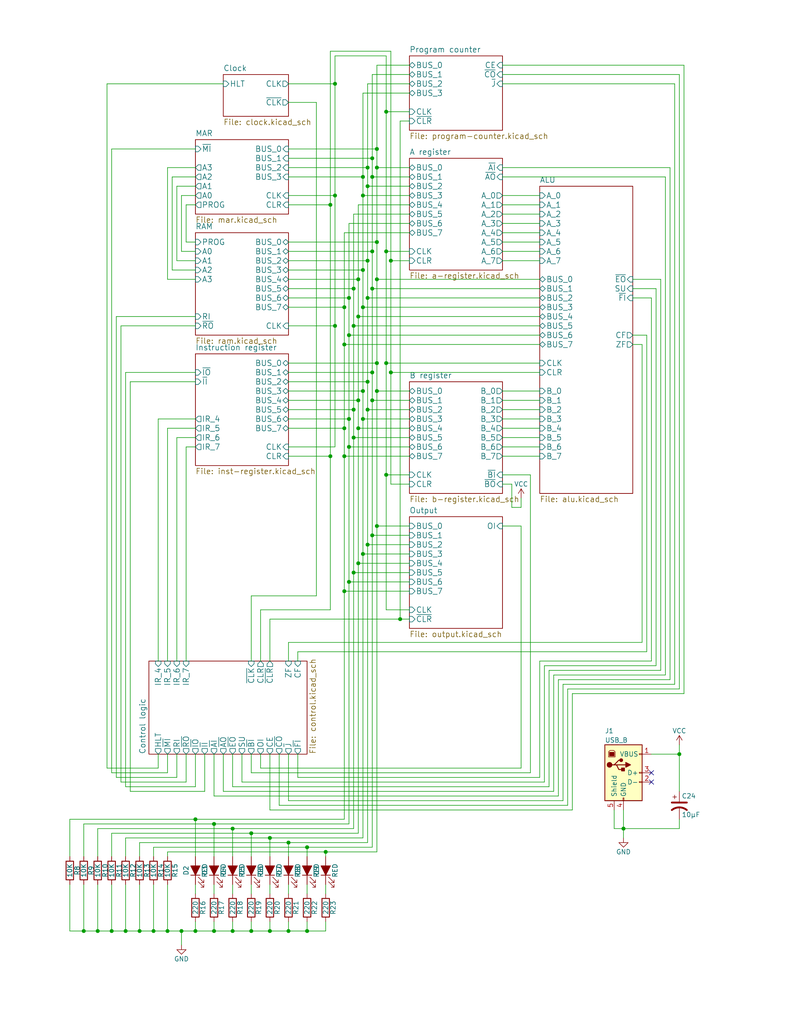
<source format=kicad_sch>
(kicad_sch (version 20230121) (generator eeschema)
  (paper "USLetter" portrait)
  (lib_symbols
    (symbol "8bit-computer-rescue:CP1-Device" (pin_numbers hide) (pin_names (offset 0.254) hide)
      (property "Reference" "C" (at 0.635 2.54 0))
      (property "Value" "Device:CP1" (at 0.635 -2.54 0))
      (symbol "CP1-Device_0_1"
        (polyline (pts (xy -2.032 0.762) (xy 2.032 0.762)) (stroke (width 0.508)))
        (polyline (pts (xy -1.778 2.286) (xy -0.762 2.286)))
        (polyline (pts (xy -1.27 1.778) (xy -1.27 2.794)))
        (arc (start 2.032 -1.27) (mid 0 -0.5572) (end -2.032 -1.27) (stroke (width 0.508)))
      )
      (symbol "CP1-Device_1_1"
        (pin passive line (at 0 3.81 270) (length 2.794) (name "~") (number "1"))
        (pin passive line (at 0 -3.81 90) (length 3.302) (name "~") (number "2"))
      )
    )
    (symbol "8bit-computer-rescue:LED_ALT-Device" (pin_numbers hide) (pin_names (offset 1.016) hide)
      (property "Reference" "D" (at 0 2.54 0))
      (property "Value" "Device:LED_ALT" (at 0 -2.54 0))
      (symbol "LED_ALT-Device_0_1"
        (polyline (pts (xy -1.27 -1.27) (xy -1.27 1.27)) (stroke (width 0.2032)))
        (polyline (pts (xy -1.27 0) (xy 1.27 0)))
        (polyline (pts (xy 1.27 -1.27) (xy 1.27 1.27) (xy -1.27 0) (xy 1.27 -1.27)) (stroke (width 0.2032)) (fill (type outline)))
        (polyline (pts (xy -3.048 -0.762) (xy -4.572 -2.286) (xy -3.81 -2.286) (xy -4.572 -2.286) (xy -4.572 -1.524)))
        (polyline (pts (xy -1.778 -0.762) (xy -3.302 -2.286) (xy -2.54 -2.286) (xy -3.302 -2.286) (xy -3.302 -1.524)))
      )
      (symbol "LED_ALT-Device_1_1"
        (pin passive line (at -3.81 0 0) (length 2.54) (name "K") (number "1"))
        (pin passive line (at 3.81 0 180) (length 2.54) (name "A") (number "2"))
      )
    )
    (symbol "8bit-computer-rescue:USB_B-8bit-computer-rescue" (pin_names (offset 1.016))
      (property "Reference" "J" (at -5.08 11.43 0))
      (property "Value" "8bit-computer-rescue:USB_B" (at -5.08 8.89 0))
      (symbol "USB_B-8bit-computer-rescue_0_1"
        (rectangle (start -5.08 -7.62) (end 5.08 7.62) (stroke (width 0.254)) (fill (type background)))
        (circle (center -3.81 2.159) (radius 0.635) (stroke (width 0.254)) (fill (type outline)))
        (rectangle (start -3.81 5.588) (end -2.54 4.572) (fill (type outline)))
        (circle (center -0.635 3.429) (radius 0.381) (stroke (width 0.254)) (fill (type outline)))
        (rectangle (start -0.127 -7.62) (end 0.127 -6.858))
        (polyline (pts (xy -1.905 2.159) (xy 0.635 2.159)) (stroke (width 0.254)))
        (polyline (pts (xy -3.175 2.159) (xy -2.54 2.159) (xy -1.27 3.429) (xy -0.635 3.429)) (stroke (width 0.254)))
        (polyline (pts (xy -2.54 2.159) (xy -1.905 2.159) (xy -1.27 0.889) (xy 0 0.889)) (stroke (width 0.254)))
        (polyline (pts (xy 0.635 2.794) (xy 0.635 1.524) (xy 1.905 2.159) (xy 0.635 2.794)) (stroke (width 0.254)) (fill (type outline)))
        (polyline (pts (xy -4.064 4.318) (xy -2.286 4.318) (xy -2.286 5.715) (xy -2.667 6.096) (xy -3.683 6.096) (xy -4.064 5.715) (xy -4.064 4.318)))
        (rectangle (start 0.254 1.27) (end -0.508 0.508) (stroke (width 0.254)) (fill (type outline)))
        (rectangle (start 5.08 -2.667) (end 4.318 -2.413))
        (rectangle (start 5.08 -0.127) (end 4.318 0.127))
        (rectangle (start 5.08 4.953) (end 4.318 5.207))
      )
      (symbol "USB_B-8bit-computer-rescue_1_1"
        (pin power_out line (at 7.62 5.08 180) (length 2.54) (name "VBUS") (number "1"))
        (pin passive line (at 7.62 -2.54 180) (length 2.54) (name "D-") (number "2"))
        (pin passive line (at 7.62 0 180) (length 2.54) (name "D+") (number "3"))
        (pin power_out line (at 0 -10.16 90) (length 2.54) (name "GND") (number "4"))
        (pin passive line (at -2.54 -10.16 90) (length 2.54) (name "Shield") (number "5"))
      )
    )
    (symbol "Device:R" (pin_numbers hide) (pin_names (offset 0))
      (property "Reference" "R" (at 2.032 0 90))
      (property "Value" "R" (at 0 0 90))
      (symbol "R_0_1"
        (rectangle (start -1.016 -2.54) (end 1.016 2.54) (stroke (width 0.254)))
      )
      (symbol "R_1_1"
        (pin passive line (at 0 3.81 270) (length 1.27) (name "~") (number "1"))
        (pin passive line (at 0 -3.81 90) (length 1.27) (name "~") (number "2"))
      )
    )
    (symbol "power:GND" (power) (pin_names (offset 0))
      (property "Value" "GND" (at 0 -3.81 0))
      (symbol "GND_0_1"
        (polyline (pts (xy 0 0) (xy 0 -1.27) (xy 1.27 -1.27) (xy 0 -2.54) (xy -1.27 -1.27) (xy 0 -1.27)))
      )
      (symbol "GND_1_1"
        (pin power_in line (at 0 0 270) (length 0) hide (name "GND") (number "1"))
      )
    )
    (symbol "power:VCC" (power) (pin_names (offset 0))
      (property "Value" "VCC" (at 0 3.81 0))
      (symbol "VCC_0_1"
        (polyline (pts (xy -0.762 1.27) (xy 0 2.54)))
        (polyline (pts (xy 0 0) (xy 0 2.54)))
        (polyline (pts (xy 0 2.54) (xy 0.762 1.27)))
      )
      (symbol "VCC_1_1"
        (pin power_in line (at 0 0 90) (length 0) hide (name "VCC") (number "1"))
      )
    )
  )
  (junction (at 100.33 45.72))
  (junction (at 100.33 104.14))
  (junction (at 102.87 45.72))
  (junction (at 101.6 78.74))
  (junction (at 101.6 68.58))
  (junction (at 58.42 254))
  (junction (at 53.34 254))
  (junction (at 93.98 83.82))
  (junction (at 100.33 111.76))
  (junction (at 100.33 71.12))
  (junction (at 63.5 226.06))
  (junction (at 170.18 226.06))
  (junction (at 106.68 71.12))
  (junction (at 185.42 205.74))
  (junction (at 97.79 153.67))
  (junction (at 95.25 114.3))
  (junction (at 100.33 50.8))
  (junction (at 96.52 111.76))
  (junction (at 93.98 93.98))
  (junction (at 91.44 53.34))
  (junction (at 99.06 73.66))
  (junction (at 45.72 254))
  (junction (at 96.52 88.9))
  (junction (at 30.48 254))
  (junction (at 100.33 81.28))
  (junction (at 90.17 124.46))
  (junction (at 83.82 231.14))
  (junction (at 97.79 109.22))
  (junction (at 97.79 86.36))
  (junction (at 96.52 156.21))
  (junction (at 90.17 55.88))
  (junction (at 91.44 22.86))
  (junction (at 105.41 68.58))
  (junction (at 95.25 81.28))
  (junction (at 93.98 161.29))
  (junction (at 105.41 129.54))
  (junction (at 101.6 101.6))
  (junction (at 41.91 254))
  (junction (at 38.1 254))
  (junction (at 53.34 223.52))
  (junction (at 73.66 254))
  (junction (at 63.5 254))
  (junction (at 99.06 114.3))
  (junction (at 68.58 254))
  (junction (at 99.06 83.82))
  (junction (at 73.66 228.6))
  (junction (at 68.58 227.33))
  (junction (at 97.79 76.2))
  (junction (at 99.06 106.68))
  (junction (at 78.74 254))
  (junction (at 93.98 116.84))
  (junction (at 26.67 254))
  (junction (at 99.06 53.34))
  (junction (at 102.87 76.2))
  (junction (at 105.41 30.48))
  (junction (at 83.82 254))
  (junction (at 22.86 254))
  (junction (at 106.68 101.6))
  (junction (at 95.25 158.75))
  (junction (at 101.6 146.05))
  (junction (at 96.52 119.38))
  (junction (at 102.87 40.64))
  (junction (at 96.52 78.74))
  (junction (at 102.87 106.68))
  (junction (at 78.74 229.87))
  (junction (at 95.25 91.44))
  (junction (at 88.9 232.41))
  (junction (at 102.87 99.06))
  (junction (at 95.25 121.92))
  (junction (at 101.6 109.22))
  (junction (at 91.44 88.9))
  (junction (at 109.22 168.91))
  (junction (at 102.87 143.51))
  (junction (at 99.06 48.26))
  (junction (at 101.6 48.26))
  (junction (at 58.42 224.79))
  (junction (at 49.53 254))
  (junction (at 102.87 66.04))
  (junction (at 105.41 99.06))
  (junction (at 93.98 124.46))
  (junction (at 100.33 148.59))
  (junction (at 101.6 43.18))
  (junction (at 97.79 116.84))
  (junction (at 99.06 151.13))
  (junction (at 34.29 254))
  (no_connect (at 177.8 213.36))
  (no_connect (at 177.8 210.82))
  (wire (pts (xy 45.72 210.82) (xy 45.72 205.74)))
  (wire (pts (xy 111.76 30.48) (xy 105.41 30.48)))
  (wire (pts (xy 78.74 55.88) (xy 90.17 55.88)))
  (wire (pts (xy 102.87 45.72) (xy 111.76 45.72)))
  (wire (pts (xy 53.34 86.36) (xy 31.75 86.36)))
  (wire (pts (xy 78.74 205.74) (xy 78.74 218.44)))
  (wire (pts (xy 105.41 68.58) (xy 111.76 68.58)))
  (wire (pts (xy 49.53 68.58) (xy 53.34 68.58)))
  (wire (pts (xy 68.58 210.82) (xy 68.58 205.74)))
  (wire (pts (xy 88.9 232.41) (xy 102.87 232.41)))
  (wire (pts (xy 97.79 86.36) (xy 97.79 109.22)))
  (wire (pts (xy 95.25 224.79) (xy 58.42 224.79)))
  (wire (pts (xy 147.32 180.34) (xy 147.32 212.09)))
  (wire (pts (xy 45.72 241.3) (xy 45.72 254)))
  (wire (pts (xy 78.74 83.82) (xy 93.98 83.82)))
  (wire (pts (xy 137.16 114.3) (xy 147.32 114.3)))
  (wire (pts (xy 95.25 114.3) (xy 95.25 121.92)))
  (wire (pts (xy 86.36 27.94) (xy 86.36 162.56)))
  (wire (pts (xy 93.98 124.46) (xy 93.98 161.29)))
  (wire (pts (xy 95.25 158.75) (xy 95.25 224.79)))
  (wire (pts (xy 97.79 109.22) (xy 97.79 116.84)))
  (wire (pts (xy 93.98 93.98) (xy 93.98 116.84)))
  (wire (pts (xy 73.66 254) (xy 78.74 254)))
  (wire (pts (xy 96.52 119.38) (xy 96.52 156.21)))
  (wire (pts (xy 100.33 22.86) (xy 111.76 22.86)))
  (wire (pts (xy 99.06 48.26) (xy 99.06 25.4)))
  (wire (pts (xy 53.34 233.68) (xy 53.34 223.52)))
  (wire (pts (xy 105.41 68.58) (xy 105.41 99.06)))
  (wire (pts (xy 78.74 243.84) (xy 78.74 241.3)))
  (wire (pts (xy 102.87 106.68) (xy 111.76 106.68)))
  (wire (pts (xy 96.52 111.76) (xy 96.52 119.38)))
  (wire (pts (xy 53.34 48.26) (xy 46.99 48.26)))
  (wire (pts (xy 73.66 168.91) (xy 109.22 168.91)))
  (wire (pts (xy 111.76 71.12) (xy 106.68 71.12)))
  (wire (pts (xy 45.72 232.41) (xy 45.72 233.68)))
  (wire (pts (xy 76.2 219.71) (xy 76.2 205.74)))
  (wire (pts (xy 102.87 17.78) (xy 111.76 17.78)))
  (wire (pts (xy 53.34 101.6) (xy 34.29 101.6)))
  (wire (pts (xy 95.25 121.92) (xy 95.25 158.75)))
  (wire (pts (xy 76.2 219.71) (xy 154.94 219.71)))
  (wire (pts (xy 73.66 241.3) (xy 73.66 243.84)))
  (wire (pts (xy 180.34 76.2) (xy 172.72 76.2)))
  (wire (pts (xy 45.72 254) (xy 49.53 254)))
  (wire (pts (xy 95.25 81.28) (xy 95.25 91.44)))
  (wire (pts (xy 95.25 60.96) (xy 95.25 81.28)))
  (wire (pts (xy 53.34 241.3) (xy 53.34 243.84)))
  (wire (pts (xy 88.9 243.84) (xy 88.9 241.3)))
  (wire (pts (xy 38.1 233.68) (xy 38.1 229.87)))
  (wire (pts (xy 184.15 22.86) (xy 137.16 22.86)))
  (wire (pts (xy 88.9 254) (xy 88.9 251.46)))
  (wire (pts (xy 73.66 205.74) (xy 73.66 220.98)))
  (wire (pts (xy 93.98 124.46) (xy 111.76 124.46)))
  (wire (pts (xy 137.16 66.04) (xy 147.32 66.04)))
  (wire (pts (xy 19.05 241.3) (xy 19.05 254)))
  (wire (pts (xy 97.79 153.67) (xy 111.76 153.67)))
  (wire (pts (xy 63.5 241.3) (xy 63.5 243.84)))
  (wire (pts (xy 102.87 40.64) (xy 102.87 17.78)))
  (wire (pts (xy 97.79 227.33) (xy 68.58 227.33)))
  (wire (pts (xy 100.33 81.28) (xy 100.33 71.12)))
  (wire (pts (xy 78.74 106.68) (xy 99.06 106.68)))
  (wire (pts (xy 111.76 60.96) (xy 95.25 60.96)))
  (wire (pts (xy 63.5 254) (xy 68.58 254)))
  (wire (pts (xy 53.34 88.9) (xy 33.02 88.9)))
  (wire (pts (xy 156.21 220.98) (xy 73.66 220.98)))
  (wire (pts (xy 185.42 226.06) (xy 185.42 223.52)))
  (wire (pts (xy 53.34 114.3) (xy 43.18 114.3)))
  (wire (pts (xy 33.02 88.9) (xy 33.02 213.36)))
  (wire (pts (xy 137.16 60.96) (xy 147.32 60.96)))
  (wire (pts (xy 78.74 66.04) (xy 102.87 66.04)))
  (wire (pts (xy 53.34 55.88) (xy 50.8 55.88)))
  (wire (pts (xy 50.8 121.92) (xy 50.8 180.34)))
  (wire (pts (xy 83.82 251.46) (xy 83.82 254)))
  (wire (pts (xy 31.75 212.09) (xy 48.26 212.09)))
  (wire (pts (xy 144.78 210.82) (xy 68.58 210.82)))
  (wire (pts (xy 53.34 223.52) (xy 19.05 223.52)))
  (wire (pts (xy 182.88 45.72) (xy 137.16 45.72)))
  (wire (pts (xy 167.64 226.06) (xy 170.18 226.06)))
  (wire (pts (xy 97.79 116.84) (xy 111.76 116.84)))
  (wire (pts (xy 147.32 116.84) (xy 137.16 116.84)))
  (wire (pts (xy 63.5 226.06) (xy 26.67 226.06)))
  (wire (pts (xy 34.29 254) (xy 38.1 254)))
  (wire (pts (xy 48.26 71.12) (xy 53.34 71.12)))
  (wire (pts (xy 83.82 231.14) (xy 101.6 231.14)))
  (wire (pts (xy 102.87 66.04) (xy 102.87 45.72)))
  (wire (pts (xy 83.82 241.3) (xy 83.82 243.84)))
  (wire (pts (xy 144.78 129.54) (xy 144.78 210.82)))
  (wire (pts (xy 50.8 55.88) (xy 50.8 66.04)))
  (wire (pts (xy 101.6 231.14) (xy 101.6 146.05)))
  (wire (pts (xy 60.96 215.9) (xy 60.96 205.74)))
  (wire (pts (xy 101.6 43.18) (xy 101.6 20.32)))
  (wire (pts (xy 45.72 116.84) (xy 45.72 180.34)))
  (wire (pts (xy 100.33 148.59) (xy 111.76 148.59)))
  (wire (pts (xy 41.91 254) (xy 45.72 254)))
  (wire (pts (xy 102.87 76.2) (xy 102.87 66.04)))
  (wire (pts (xy 147.32 86.36) (xy 97.79 86.36)))
  (wire (pts (xy 147.32 121.92) (xy 137.16 121.92)))
  (wire (pts (xy 48.26 119.38) (xy 48.26 180.34)))
  (wire (pts (xy 185.42 205.74) (xy 177.8 205.74)))
  (wire (pts (xy 147.32 101.6) (xy 106.68 101.6)))
  (wire (pts (xy 176.53 91.44) (xy 176.53 177.8)))
  (wire (pts (xy 83.82 254) (xy 88.9 254)))
  (wire (pts (xy 34.29 228.6) (xy 73.66 228.6)))
  (wire (pts (xy 78.74 104.14) (xy 100.33 104.14)))
  (wire (pts (xy 73.66 168.91) (xy 73.66 180.34)))
  (wire (pts (xy 96.52 88.9) (xy 96.52 111.76)))
  (wire (pts (xy 137.16 71.12) (xy 147.32 71.12)))
  (wire (pts (xy 78.74 254) (xy 78.74 251.46)))
  (wire (pts (xy 96.52 58.42) (xy 96.52 78.74)))
  (wire (pts (xy 184.15 186.69) (xy 153.67 186.69)))
  (wire (pts (xy 97.79 55.88) (xy 97.79 76.2)))
  (wire (pts (xy 156.21 189.23) (xy 156.21 220.98)))
  (wire (pts (xy 26.67 254) (xy 30.48 254)))
  (wire (pts (xy 100.33 229.87) (xy 100.33 148.59)))
  (wire (pts (xy 78.74 76.2) (xy 97.79 76.2)))
  (wire (pts (xy 151.13 184.15) (xy 181.61 184.15)))
  (wire (pts (xy 93.98 116.84) (xy 93.98 124.46)))
  (wire (pts (xy 78.74 81.28) (xy 95.25 81.28)))
  (wire (pts (xy 137.16 106.68) (xy 147.32 106.68)))
  (wire (pts (xy 68.58 162.56) (xy 68.58 180.34)))
  (wire (pts (xy 78.74 109.22) (xy 97.79 109.22)))
  (wire (pts (xy 148.59 213.36) (xy 148.59 181.61)))
  (wire (pts (xy 167.64 226.06) (xy 167.64 220.98)))
  (wire (pts (xy 63.5 254) (xy 63.5 251.46)))
  (wire (pts (xy 53.34 104.14) (xy 35.56 104.14)))
  (wire (pts (xy 154.94 187.96) (xy 185.42 187.96)))
  (wire (pts (xy 22.86 254) (xy 26.67 254)))
  (wire (pts (xy 71.12 205.74) (xy 71.12 209.55)))
  (wire (pts (xy 102.87 45.72) (xy 102.87 40.64)))
  (wire (pts (xy 137.16 20.32) (xy 185.42 20.32)))
  (wire (pts (xy 58.42 254) (xy 63.5 254)))
  (wire (pts (xy 99.06 114.3) (xy 99.06 106.68)))
  (wire (pts (xy 41.91 241.3) (xy 41.91 254)))
  (wire (pts (xy 100.33 148.59) (xy 100.33 111.76)))
  (wire (pts (xy 30.48 227.33) (xy 30.48 233.68)))
  (wire (pts (xy 91.44 88.9) (xy 91.44 121.92)))
  (wire (pts (xy 176.53 177.8) (xy 81.28 177.8)))
  (wire (pts (xy 100.33 50.8) (xy 100.33 45.72)))
  (wire (pts (xy 100.33 104.14) (xy 100.33 81.28)))
  (wire (pts (xy 58.42 254) (xy 58.42 251.46)))
  (wire (pts (xy 99.06 106.68) (xy 99.06 83.82)))
  (wire (pts (xy 78.74 229.87) (xy 78.74 233.68)))
  (wire (pts (xy 48.26 50.8) (xy 48.26 71.12)))
  (wire (pts (xy 101.6 78.74) (xy 101.6 68.58)))
  (wire (pts (xy 71.12 180.34) (xy 71.12 166.37)))
  (wire (pts (xy 53.34 254) (xy 58.42 254)))
  (wire (pts (xy 30.48 210.82) (xy 45.72 210.82)))
  (wire (pts (xy 152.4 185.42) (xy 182.88 185.42)))
  (wire (pts (xy 101.6 109.22) (xy 111.76 109.22)))
  (wire (pts (xy 149.86 214.63) (xy 149.86 182.88)))
  (wire (pts (xy 105.41 166.37) (xy 111.76 166.37)))
  (wire (pts (xy 170.18 226.06) (xy 170.18 228.6)))
  (wire (pts (xy 137.16 111.76) (xy 147.32 111.76)))
  (wire (pts (xy 137.16 58.42) (xy 147.32 58.42)))
  (wire (pts (xy 99.06 83.82) (xy 99.06 73.66)))
  (wire (pts (xy 43.18 114.3) (xy 43.18 180.34)))
  (wire (pts (xy 99.06 114.3) (xy 111.76 114.3)))
  (wire (pts (xy 78.74 116.84) (xy 93.98 116.84)))
  (wire (pts (xy 149.86 182.88) (xy 180.34 182.88)))
  (wire (pts (xy 30.48 241.3) (xy 30.48 254)))
  (wire (pts (xy 102.87 106.68) (xy 102.87 99.06)))
  (wire (pts (xy 93.98 161.29) (xy 93.98 223.52)))
  (wire (pts (xy 102.87 99.06) (xy 102.87 76.2)))
  (wire (pts (xy 35.56 215.9) (xy 55.88 215.9)))
  (wire (pts (xy 177.8 180.34) (xy 147.32 180.34)))
  (wire (pts (xy 180.34 182.88) (xy 180.34 76.2)))
  (wire (pts (xy 53.34 214.63) (xy 53.34 205.74)))
  (wire (pts (xy 81.28 212.09) (xy 147.32 212.09)))
  (wire (pts (xy 49.53 53.34) (xy 49.53 68.58)))
  (wire (pts (xy 58.42 217.17) (xy 152.4 217.17)))
  (wire (pts (xy 78.74 40.64) (xy 102.87 40.64)))
  (wire (pts (xy 91.44 121.92) (xy 78.74 121.92)))
  (wire (pts (xy 137.16 129.54) (xy 144.78 129.54)))
  (wire (pts (xy 22.86 224.79) (xy 22.86 233.68)))
  (wire (pts (xy 49.53 254) (xy 53.34 254)))
  (wire (pts (xy 33.02 213.36) (xy 50.8 213.36)))
  (wire (pts (xy 147.32 81.28) (xy 100.33 81.28)))
  (wire (pts (xy 142.24 143.51) (xy 137.16 143.51)))
  (wire (pts (xy 49.53 257.81) (xy 49.53 254)))
  (wire (pts (xy 73.66 228.6) (xy 99.06 228.6)))
  (wire (pts (xy 172.72 93.98) (xy 175.26 93.98)))
  (wire (pts (xy 109.22 168.91) (xy 111.76 168.91)))
  (wire (pts (xy 97.79 153.67) (xy 97.79 227.33)))
  (wire (pts (xy 99.06 151.13) (xy 99.06 114.3)))
  (wire (pts (xy 68.58 254) (xy 68.58 251.46)))
  (wire (pts (xy 111.76 63.5) (xy 93.98 63.5)))
  (wire (pts (xy 96.52 119.38) (xy 111.76 119.38)))
  (wire (pts (xy 19.05 254) (xy 22.86 254)))
  (wire (pts (xy 111.76 55.88) (xy 97.79 55.88)))
  (wire (pts (xy 96.52 78.74) (xy 96.52 88.9)))
  (wire (pts (xy 30.48 254) (xy 34.29 254)))
  (wire (pts (xy 78.74 73.66) (xy 99.06 73.66)))
  (wire (pts (xy 53.34 121.92) (xy 50.8 121.92)))
  (wire (pts (xy 137.16 53.34) (xy 147.32 53.34)))
  (wire (pts (xy 78.74 124.46) (xy 90.17 124.46)))
  (wire (pts (xy 91.44 53.34) (xy 78.74 53.34)))
  (wire (pts (xy 186.69 189.23) (xy 186.69 17.78)))
  (wire (pts (xy 50.8 213.36) (xy 50.8 205.74)))
  (wire (pts (xy 41.91 231.14) (xy 41.91 233.68)))
  (wire (pts (xy 58.42 224.79) (xy 22.86 224.79)))
  (wire (pts (xy 53.34 45.72) (xy 45.72 45.72)))
  (wire (pts (xy 34.29 214.63) (xy 53.34 214.63)))
  (wire (pts (xy 38.1 254) (xy 41.91 254)))
  (wire (pts (xy 99.06 25.4) (xy 111.76 25.4)))
  (wire (pts (xy 137.16 63.5) (xy 147.32 63.5)))
  (wire (pts (xy 63.5 205.74) (xy 63.5 214.63)))
  (wire (pts (xy 58.42 224.79) (xy 58.42 233.68)))
  (wire (pts (xy 26.67 226.06) (xy 26.67 233.68)))
  (wire (pts (xy 81.28 177.8) (xy 81.28 180.34)))
  (wire (pts (xy 99.06 151.13) (xy 111.76 151.13)))
  (wire (pts (xy 170.18 226.06) (xy 185.42 226.06)))
  (wire (pts (xy 105.41 15.24) (xy 91.44 15.24)))
  (wire (pts (xy 153.67 186.69) (xy 153.67 218.44)))
  (wire (pts (xy 68.58 227.33) (xy 30.48 227.33)))
  (wire (pts (xy 38.1 229.87) (xy 78.74 229.87)))
  (wire (pts (xy 172.72 91.44) (xy 176.53 91.44)))
  (wire (pts (xy 30.48 40.64) (xy 30.48 210.82)))
  (wire (pts (xy 93.98 161.29) (xy 111.76 161.29)))
  (wire (pts (xy 91.44 22.86) (xy 91.44 53.34)))
  (wire (pts (xy 99.06 53.34) (xy 99.06 48.26)))
  (wire (pts (xy 53.34 50.8) (xy 48.26 50.8)))
  (wire (pts (xy 78.74 229.87) (xy 100.33 229.87)))
  (wire (pts (xy 147.32 83.82) (xy 99.06 83.82)))
  (wire (pts (xy 147.32 91.44) (xy 95.25 91.44)))
  (wire (pts (xy 48.26 212.09) (xy 48.26 205.74)))
  (wire (pts (xy 45.72 76.2) (xy 53.34 76.2)))
  (wire (pts (xy 137.16 119.38) (xy 147.32 119.38)))
  (wire (pts (xy 95.25 91.44) (xy 95.25 114.3)))
  (wire (pts (xy 101.6 101.6) (xy 101.6 78.74)))
  (wire (pts (xy 100.33 71.12) (xy 100.33 50.8)))
  (wire (pts (xy 78.74 27.94) (xy 86.36 27.94)))
  (wire (pts (xy 96.52 156.21) (xy 111.76 156.21)))
  (wire (pts (xy 35.56 104.14) (xy 35.56 215.9)))
  (wire (pts (xy 184.15 22.86) (xy 184.15 186.69)))
  (wire (pts (xy 81.28 205.74) (xy 81.28 212.09)))
  (wire (pts (xy 53.34 119.38) (xy 48.26 119.38)))
  (wire (pts (xy 137.16 48.26) (xy 181.61 48.26)))
  (wire (pts (xy 102.87 143.51) (xy 102.87 106.68)))
  (wire (pts (xy 101.6 146.05) (xy 111.76 146.05)))
  (wire (pts (xy 101.6 20.32) (xy 111.76 20.32)))
  (wire (pts (xy 156.21 189.23) (xy 186.69 189.23)))
  (wire (pts (xy 101.6 68.58) (xy 101.6 48.26)))
  (wire (pts (xy 185.42 203.2) (xy 185.42 205.74)))
  (wire (pts (xy 29.21 209.55) (xy 43.18 209.55)))
  (wire (pts (xy 105.41 99.06) (xy 105.41 129.54)))
  (wire (pts (xy 68.58 243.84) (xy 68.58 241.3)))
  (wire (pts (xy 139.7 132.08) (xy 139.7 138.43)))
  (wire (pts (xy 97.79 116.84) (xy 97.79 153.67)))
  (wire (pts (xy 177.8 180.34) (xy 177.8 81.28)))
  (wire (pts (xy 101.6 48.26) (xy 111.76 48.26)))
  (wire (pts (xy 90.17 124.46) (xy 90.17 166.37)))
  (wire (pts (xy 105.41 30.48) (xy 105.41 68.58)))
  (wire (pts (xy 50.8 66.04) (xy 53.34 66.04)))
  (wire (pts (xy 78.74 254) (xy 83.82 254)))
  (wire (pts (xy 34.29 241.3) (xy 34.29 254)))
  (wire (pts (xy 19.05 223.52) (xy 19.05 233.68)))
  (wire (pts (xy 38.1 241.3) (xy 38.1 254)))
  (wire (pts (xy 73.66 228.6) (xy 73.66 233.68)))
  (wire (pts (xy 93.98 223.52) (xy 53.34 223.52)))
  (wire (pts (xy 43.18 209.55) (xy 43.18 205.74)))
  (wire (pts (xy 102.87 76.2) (xy 147.32 76.2)))
  (wire (pts (xy 22.86 241.3) (xy 22.86 254)))
  (wire (pts (xy 151.13 215.9) (xy 60.96 215.9)))
  (wire (pts (xy 97.79 76.2) (xy 97.79 86.36)))
  (wire (pts (xy 78.74 101.6) (xy 101.6 101.6)))
  (wire (pts (xy 147.32 99.06) (xy 105.41 99.06)))
  (wire (pts (xy 96.52 156.21) (xy 96.52 226.06)))
  (wire (pts (xy 91.44 15.24) (xy 91.44 22.86)))
  (wire (pts (xy 142.24 209.55) (xy 142.24 143.51)))
  (wire (pts (xy 100.33 45.72) (xy 100.33 22.86)))
  (wire (pts (xy 137.16 132.08) (xy 139.7 132.08)))
  (wire (pts (xy 66.04 205.74) (xy 66.04 213.36)))
  (wire (pts (xy 78.74 71.12) (xy 100.33 71.12)))
  (wire (pts (xy 68.58 227.33) (xy 68.58 233.68)))
  (wire (pts (xy 78.74 78.74) (xy 96.52 78.74)))
  (wire (pts (xy 78.74 99.06) (xy 102.87 99.06)))
  (wire (pts (xy 58.42 243.84) (xy 58.42 241.3)))
  (wire (pts (xy 137.16 124.46) (xy 147.32 124.46)))
  (wire (pts (xy 71.12 166.37) (xy 90.17 166.37)))
  (wire (pts (xy 83.82 231.14) (xy 83.82 233.68)))
  (wire (pts (xy 46.99 48.26) (xy 46.99 73.66)))
  (wire (pts (xy 78.74 22.86) (xy 91.44 22.86)))
  (wire (pts (xy 91.44 53.34) (xy 91.44 88.9)))
  (wire (pts (xy 31.75 86.36) (xy 31.75 212.09)))
  (wire (pts (xy 91.44 88.9) (xy 78.74 88.9)))
  (wire (pts (xy 111.76 33.02) (xy 109.22 33.02)))
  (wire (pts (xy 96.52 226.06) (xy 63.5 226.06)))
  (wire (pts (xy 137.16 55.88) (xy 147.32 55.88)))
  (wire (pts (xy 41.91 231.14) (xy 83.82 231.14)))
  (wire (pts (xy 45.72 232.41) (xy 88.9 232.41)))
  (wire (pts (xy 111.76 58.42) (xy 96.52 58.42)))
  (wire (pts (xy 96.52 88.9) (xy 147.32 88.9)))
  (wire (pts (xy 53.34 116.84) (xy 45.72 116.84)))
  (wire (pts (xy 137.16 68.58) (xy 147.32 68.58)))
  (wire (pts (xy 78.74 114.3) (xy 95.25 114.3)))
  (wire (pts (xy 90.17 13.97) (xy 106.68 13.97)))
  (wire (pts (xy 106.68 71.12) (xy 106.68 101.6)))
  (wire (pts (xy 102.87 232.41) (xy 102.87 143.51)))
  (wire (pts (xy 101.6 109.22) (xy 101.6 101.6)))
  (wire (pts (xy 34.29 228.6) (xy 34.29 233.68)))
  (wire (pts (xy 179.07 181.61) (xy 179.07 78.74)))
  (wire (pts (xy 78.74 45.72) (xy 100.33 45.72)))
  (wire (pts (xy 78.74 43.18) (xy 101.6 43.18)))
  (wire (pts (xy 93.98 83.82) (xy 93.98 93.98)))
  (wire (pts (xy 90.17 13.97) (xy 90.17 55.88)))
  (wire (pts (xy 100.33 111.76) (xy 100.33 104.14)))
  (wire (pts (xy 100.33 50.8) (xy 111.76 50.8)))
  (wire (pts (xy 148.59 181.61) (xy 179.07 181.61)))
  (wire (pts (xy 86.36 162.56) (xy 68.58 162.56)))
  (wire (pts (xy 101.6 146.05) (xy 101.6 109.22)))
  (wire (pts (xy 68.58 254) (xy 73.66 254)))
  (wire (pts (xy 175.26 93.98) (xy 175.26 175.26)))
  (wire (pts (xy 106.68 101.6) (xy 106.68 132.08)))
  (wire (pts (xy 99.06 73.66) (xy 99.06 53.34)))
  (wire (pts (xy 71.12 209.55) (xy 142.24 209.55)))
  (wire (pts (xy 151.13 215.9) (xy 151.13 184.15)))
  (wire (pts (xy 53.34 40.64) (xy 30.48 40.64)))
  (wire (pts (xy 60.96 22.86) (xy 29.21 22.86)))
  (wire (pts (xy 66.04 213.36) (xy 148.59 213.36)))
  (wire (pts (xy 186.69 17.78) (xy 137.16 17.78)))
  (wire (pts (xy 106.68 13.97) (xy 106.68 71.12)))
  (wire (pts (xy 95.25 158.75) (xy 111.76 158.75)))
  (wire (pts (xy 78.74 68.58) (xy 101.6 68.58)))
  (wire (pts (xy 153.67 218.44) (xy 78.74 218.44)))
  (wire (pts (xy 99.06 228.6) (xy 99.06 151.13)))
  (wire (pts (xy 185.42 205.74) (xy 185.42 215.9)))
  (wire (pts (xy 53.34 53.34) (xy 49.53 53.34)))
  (wire (pts (xy 170.18 220.98) (xy 170.18 226.06)))
  (wire (pts (xy 63.5 214.63) (xy 149.86 214.63)))
  (wire (pts (xy 46.99 73.66) (xy 53.34 73.66)))
  (wire (pts (xy 101.6 48.26) (xy 101.6 43.18)))
  (wire (pts (xy 34.29 101.6) (xy 34.29 214.63)))
  (wire (pts (xy 181.61 184.15) (xy 181.61 48.26)))
  (wire (pts (xy 53.34 254) (xy 53.34 251.46)))
  (wire (pts (xy 175.26 175.26) (xy 78.74 175.26)))
  (wire (pts (xy 152.4 217.17) (xy 152.4 185.42)))
  (wire (pts (xy 78.74 175.26) (xy 78.74 180.34)))
  (wire (pts (xy 58.42 205.74) (xy 58.42 217.17)))
  (wire (pts (xy 137.16 109.22) (xy 147.32 109.22)))
  (wire (pts (xy 142.24 138.43) (xy 142.24 135.89)))
  (wire (pts (xy 179.07 78.74) (xy 172.72 78.74)))
  (wire (pts (xy 29.21 22.86) (xy 29.21 209.55)))
  (wire (pts (xy 63.5 226.06) (xy 63.5 233.68)))
  (wire (pts (xy 88.9 232.41) (xy 88.9 233.68)))
  (wire (pts (xy 139.7 138.43) (xy 142.24 138.43)))
  (wire (pts (xy 185.42 187.96) (xy 185.42 20.32)))
  (wire (pts (xy 95.25 121.92) (xy 111.76 121.92)))
  (wire (pts (xy 102.87 143.51) (xy 111.76 143.51)))
  (wire (pts (xy 73.66 251.46) (xy 73.66 254)))
  (wire (pts (xy 106.68 132.08) (xy 111.76 132.08)))
  (wire (pts (xy 93.98 63.5) (xy 93.98 83.82)))
  (wire (pts (xy 78.74 111.76) (xy 96.52 111.76)))
  (wire (pts (xy 55.88 215.9) (xy 55.88 205.74)))
  (wire (pts (xy 100.33 111.76) (xy 111.76 111.76)))
  (wire (pts (xy 109.22 33.02) (xy 109.22 168.91)))
  (wire (pts (xy 154.94 219.71) (xy 154.94 187.96)))
  (wire (pts (xy 99.06 53.34) (xy 111.76 53.34)))
  (wire (pts (xy 105.41 129.54) (xy 105.41 166.37)))
  (wire (pts (xy 26.67 241.3) (xy 26.67 254)))
  (wire (pts (xy 147.32 78.74) (xy 101.6 78.74)))
  (wire (pts (xy 182.88 185.42) (xy 182.88 45.72)))
  (wire (pts (xy 105.41 129.54) (xy 111.76 129.54)))
  (wire (pts (xy 105.41 15.24) (xy 105.41 30.48)))
  (wire (pts (xy 90.17 55.88) (xy 90.17 124.46)))
  (wire (pts (xy 177.8 81.28) (xy 172.72 81.28)))
  (wire (pts (xy 78.74 48.26) (xy 99.06 48.26)))
  (wire (pts (xy 45.72 45.72) (xy 45.72 76.2)))
  (wire (pts (xy 147.32 93.98) (xy 93.98 93.98)))
  (symbol (lib_id "power:VCC") (at 185.42 203.2 0) (unit 1)
    (property "Reference" "#PWR01" (effects hide))
    (property "Value" "VCC" (at 185.42 199.39 0))
  )
  (symbol (lib_id "power:GND") (at 170.18 228.6 0) (unit 1)
    (property "Reference" "#PWR02" (effects hide))
    (property "Value" "GND" (at 170.18 232.41 0))
  )
  (symbol (lib_id "power:VCC") (at 142.24 135.89 0) (unit 1)
    (property "Reference" "#PWR03" (effects hide))
    (property "Value" "VCC" (at 142.24 132.08 0))
  )
  (symbol (lib_id "8bit-computer-rescue:LED_ALT-Device") (at 88.9 237.49 90) (unit 1)
    (property "Reference" "D9" (at 86.36 237.49 0))
    (property "Value" "RED" (at 91.44 237.49 0))
    (property "Footprint" "LED_THT:LED_D5.0mm" (effects hide))
  )
  (symbol (lib_id "8bit-computer-rescue:LED_ALT-Device") (at 83.82 237.49 90) (unit 1)
    (property "Reference" "D8" (at 81.28 237.49 0))
    (property "Value" "RED" (at 86.36 237.49 0))
    (property "Footprint" "LED_THT:LED_D5.0mm" (effects hide))
  )
  (symbol (lib_id "8bit-computer-rescue:LED_ALT-Device") (at 78.74 237.49 90) (unit 1)
    (property "Reference" "D7" (at 76.2 237.49 0))
    (property "Value" "RED" (at 81.28 237.49 0))
    (property "Footprint" "LED_THT:LED_D5.0mm" (effects hide))
  )
  (symbol (lib_id "8bit-computer-rescue:LED_ALT-Device") (at 73.66 237.49 90) (unit 1)
    (property "Reference" "D6" (at 71.12 237.49 0))
    (property "Value" "RED" (at 76.2 237.49 0))
    (property "Footprint" "LED_THT:LED_D5.0mm" (effects hide))
  )
  (symbol (lib_id "8bit-computer-rescue:LED_ALT-Device") (at 68.58 237.49 90) (unit 1)
    (property "Reference" "D5" (at 66.04 237.49 0))
    (property "Value" "RED" (at 71.12 237.49 0))
    (property "Footprint" "LED_THT:LED_D5.0mm" (effects hide))
  )
  (symbol (lib_id "8bit-computer-rescue:LED_ALT-Device") (at 63.5 237.49 90) (unit 1)
    (property "Reference" "D4" (at 60.96 237.49 0))
    (property "Value" "RED" (at 66.04 237.49 0))
    (property "Footprint" "LED_THT:LED_D5.0mm" (effects hide))
  )
  (symbol (lib_id "8bit-computer-rescue:LED_ALT-Device") (at 58.42 237.49 90) (unit 1)
    (property "Reference" "D3" (at 55.88 237.49 0))
    (property "Value" "RED" (at 60.96 237.49 0))
    (property "Footprint" "LED_THT:LED_D5.0mm" (effects hide))
  )
  (symbol (lib_id "8bit-computer-rescue:LED_ALT-Device") (at 53.34 237.49 90) (unit 1)
    (property "Reference" "D2" (at 50.8 237.49 0))
    (property "Value" "RED" (at 55.88 237.49 0))
    (property "Footprint" "LED_THT:LED_D5.0mm" (effects hide))
  )
  (symbol (lib_id "Device:R") (at 53.34 247.65 0) (unit 1)
    (property "Reference" "R16" (at 55.372 247.65 90))
    (property "Value" "220" (at 53.34 247.65 90))
    (property "Footprint" "Resistor_THT:R_Axial_DIN0207_L6.3mm_D2.5mm_P7.62mm_Horizontal" (effects hide))
  )
  (symbol (lib_id "Device:R") (at 58.42 247.65 0) (unit 1)
    (property "Reference" "R17" (at 60.452 247.65 90))
    (property "Value" "220" (at 58.42 247.65 90))
    (property "Footprint" "Resistor_THT:R_Axial_DIN0207_L6.3mm_D2.5mm_P7.62mm_Horizontal" (effects hide))
  )
  (symbol (lib_id "Device:R") (at 63.5 247.65 0) (unit 1)
    (property "Reference" "R18" (at 65.532 247.65 90))
    (property "Value" "220" (at 63.5 247.65 90))
    (property "Footprint" "Resistor_THT:R_Axial_DIN0207_L6.3mm_D2.5mm_P7.62mm_Horizontal" (effects hide))
  )
  (symbol (lib_id "Device:R") (at 68.58 247.65 0) (unit 1)
    (property "Reference" "R19" (at 70.612 247.65 90))
    (property "Value" "220" (at 68.58 247.65 90))
    (property "Footprint" "Resistor_THT:R_Axial_DIN0207_L6.3mm_D2.5mm_P7.62mm_Horizontal" (effects hide))
  )
  (symbol (lib_id "Device:R") (at 73.66 247.65 0) (unit 1)
    (property "Reference" "R20" (at 75.692 247.65 90))
    (property "Value" "220" (at 73.66 247.65 90))
    (property "Footprint" "Resistor_THT:R_Axial_DIN0207_L6.3mm_D2.5mm_P7.62mm_Horizontal" (effects hide))
  )
  (symbol (lib_id "Device:R") (at 78.74 247.65 0) (unit 1)
    (property "Reference" "R21" (at 80.772 247.65 90))
    (property "Value" "220" (at 78.74 247.65 90))
    (property "Footprint" "Resistor_THT:R_Axial_DIN0207_L6.3mm_D2.5mm_P7.62mm_Horizontal" (effects hide))
  )
  (symbol (lib_id "Device:R") (at 83.82 247.65 0) (unit 1)
    (property "Reference" "R22" (at 85.852 247.65 90))
    (property "Value" "220" (at 83.82 247.65 90))
    (property "Footprint" "Resistor_THT:R_Axial_DIN0207_L6.3mm_D2.5mm_P7.62mm_Horizontal" (effects hide))
  )
  (symbol (lib_id "Device:R") (at 88.9 247.65 0) (unit 1)
    (property "Reference" "R23" (at 90.932 247.65 90))
    (property "Value" "220" (at 88.9 247.65 90))
    (property "Footprint" "Resistor_THT:R_Axial_DIN0207_L6.3mm_D2.5mm_P7.62mm_Horizontal" (effects hide))
  )
  (symbol (lib_id "power:GND") (at 49.53 257.81 0) (unit 1)
    (property "Reference" "#PWR04" (effects hide))
    (property "Value" "GND" (at 49.53 261.62 0))
  )
  (symbol (lib_id "Device:R") (at 45.72 237.49 0) (unit 1)
    (property "Reference" "R15" (at 47.752 237.49 90))
    (property "Value" "10K" (at 45.72 237.49 90))
    (property "Footprint" "Resistor_THT:R_Axial_DIN0207_L6.3mm_D2.5mm_P7.62mm_Horizontal" (effects hide))
  )
  (symbol (lib_id "Device:R") (at 41.91 237.49 0) (unit 1)
    (property "Reference" "R14" (at 43.942 237.49 90))
    (property "Value" "10K" (at 41.91 237.49 90))
    (property "Footprint" "Resistor_THT:R_Axial_DIN0207_L6.3mm_D2.5mm_P7.62mm_Horizontal" (effects hide))
  )
  (symbol (lib_id "Device:R") (at 38.1 237.49 0) (unit 1)
    (property "Reference" "R13" (at 40.132 237.49 90))
    (property "Value" "10K" (at 38.1 237.49 90))
    (property "Footprint" "Resistor_THT:R_Axial_DIN0207_L6.3mm_D2.5mm_P7.62mm_Horizontal" (effects hide))
  )
  (symbol (lib_id "Device:R") (at 34.29 237.49 0) (unit 1)
    (property "Reference" "R12" (at 36.322 237.49 90))
    (property "Value" "10K" (at 34.29 237.49 90))
    (property "Footprint" "Resistor_THT:R_Axial_DIN0207_L6.3mm_D2.5mm_P7.62mm_Horizontal" (effects hide))
  )
  (symbol (lib_id "Device:R") (at 30.48 237.49 0) (unit 1)
    (property "Reference" "R11" (at 32.512 237.49 90))
    (property "Value" "10K" (at 30.48 237.49 90))
    (property "Footprint" "Resistor_THT:R_Axial_DIN0207_L6.3mm_D2.5mm_P7.62mm_Horizontal" (effects hide))
  )
  (symbol (lib_id "Device:R") (at 26.67 237.49 0) (unit 1)
    (property "Reference" "R10" (at 28.702 237.49 90))
    (property "Value" "10K" (at 26.67 237.49 90))
    (property "Footprint" "Resistor_THT:R_Axial_DIN0207_L6.3mm_D2.5mm_P7.62mm_Horizontal" (effects hide))
  )
  (symbol (lib_id "Device:R") (at 22.86 237.49 0) (unit 1)
    (property "Reference" "R9" (at 24.892 237.49 90))
    (property "Value" "10K" (at 22.86 237.49 90))
    (property "Footprint" "Resistor_THT:R_Axial_DIN0207_L6.3mm_D2.5mm_P7.62mm_Horizontal" (effects hide))
  )
  (symbol (lib_id "Device:R") (at 19.05 237.49 0) (unit 1)
    (property "Reference" "R8" (at 21.082 237.49 90))
    (property "Value" "10K" (at 19.05 237.49 90))
    (property "Footprint" "Resistor_THT:R_Axial_DIN0207_L6.3mm_D2.5mm_P7.62mm_Horizontal" (effects hide))
  )
  (symbol (lib_id "8bit-computer-rescue:USB_B-8bit-computer-rescue") (at 170.18 210.82 0) (unit 1)
    (property "Reference" "J1" (at 165.1 199.39 0) (effects (justify left)))
    (property "Value" "USB_B" (at 165.1 201.93 0) (effects (justify left)))
    (property "Footprint" "Connector_USB:USB_B_OST_USB-B1HSxx_Horizontal" (effects hide))
  )
  (symbol (lib_id "8bit-computer-rescue:CP1-Device") (at 185.42 219.71 0) (unit 1)
    (property "Reference" "C24" (at 186.055 217.17 0) (effects (justify left)))
    (property "Value" "10µF" (at 186.055 222.25 0) (effects (justify left)))
    (property "Footprint" "Capacitor_THT:CP_Radial_D5.0mm_P2.00mm" (effects hide))
  )
  (sheet (at 60.96 20.32) (size 17.78 11.43)
    (property "Sheetname" "Clock" (at 60.96 19.4814 0) (effects (font (size 1.524 1.524)) (justify left bottom)))
    (property "Sheetfile" "clock.kicad_sch" (at 60.96 32.4362 0) (effects (font (size 1.524 1.524)) (justify left top)))
    (pin "CLK" output (at 78.74 22.86 0) (effects (font (size 1.524 1.524))))
    (pin "HLT" input (at 60.96 22.86 180) (effects (font (size 1.524 1.524))))
    (pin "~{CLK}" output (at 78.74 27.94 0) (effects (font (size 1.524 1.524))))
  )
  (sheet (at 111.76 43.18) (size 25.4 30.48)
    (property "Sheetname" "A register" (at 111.76 42.3414 0) (effects (font (size 1.524 1.524)) (justify left bottom)))
    (property "Sheetfile" "a-register.kicad_sch" (at 111.76 74.3462 0) (effects (font (size 1.524 1.524)) (justify left top)))
    (pin "BUS_0" bidirectional (at 111.76 45.72 180) (effects (font (size 1.524 1.524))))
    (pin "BUS_1" bidirectional (at 111.76 48.26 180) (effects (font (size 1.524 1.524))))
    (pin "BUS_2" bidirectional (at 111.76 50.8 180) (effects (font (size 1.524 1.524))))
    (pin "BUS_3" bidirectional (at 111.76 53.34 180) (effects (font (size 1.524 1.524))))
    (pin "BUS_4" bidirectional (at 111.76 55.88 180) (effects (font (size 1.524 1.524))))
    (pin "BUS_5" bidirectional (at 111.76 58.42 180) (effects (font (size 1.524 1.524))))
    (pin "BUS_6" bidirectional (at 111.76 60.96 180) (effects (font (size 1.524 1.524))))
    (pin "BUS_7" bidirectional (at 111.76 63.5 180) (effects (font (size 1.524 1.524))))
    (pin "CLK" input (at 111.76 68.58 180) (effects (font (size 1.524 1.524))))
    (pin "A_7" output (at 137.16 71.12 0) (effects (font (size 1.524 1.524))))
    (pin "A_6" output (at 137.16 68.58 0) (effects (font (size 1.524 1.524))))
    (pin "A_5" output (at 137.16 66.04 0) (effects (font (size 1.524 1.524))))
    (pin "A_4" output (at 137.16 63.5 0) (effects (font (size 1.524 1.524))))
    (pin "A_3" output (at 137.16 60.96 0) (effects (font (size 1.524 1.524))))
    (pin "A_2" output (at 137.16 58.42 0) (effects (font (size 1.524 1.524))))
    (pin "A_1" output (at 137.16 55.88 0) (effects (font (size 1.524 1.524))))
    (pin "A_0" output (at 137.16 53.34 0) (effects (font (size 1.524 1.524))))
    (pin "CLR" input (at 111.76 71.12 180) (effects (font (size 1.524 1.524))))
    (pin "~{AI}" input (at 137.16 45.72 0) (effects (font (size 1.524 1.524))))
    (pin "~{AO}" input (at 137.16 48.26 0) (effects (font (size 1.524 1.524))))
  )
  (sheet (at 111.76 104.14) (size 25.4 30.48)
    (property "Sheetname" "B register" (at 111.76 103.3014 0) (effects (font (size 1.524 1.524)) (justify left bottom)))
    (property "Sheetfile" "b-register.kicad_sch" (at 111.76 135.3062 0) (effects (font (size 1.524 1.524)) (justify left top)))
    (pin "BUS_0" bidirectional (at 111.76 106.68 180) (effects (font (size 1.524 1.524))))
    (pin "BUS_1" bidirectional (at 111.76 109.22 180) (effects (font (size 1.524 1.524))))
    (pin "BUS_2" bidirectional (at 111.76 111.76 180) (effects (font (size 1.524 1.524))))
    (pin "BUS_3" bidirectional (at 111.76 114.3 180) (effects (font (size 1.524 1.524))))
    (pin "BUS_4" bidirectional (at 111.76 116.84 180) (effects (font (size 1.524 1.524))))
    (pin "BUS_5" bidirectional (at 111.76 119.38 180) (effects (font (size 1.524 1.524))))
    (pin "BUS_6" bidirectional (at 111.76 121.92 180) (effects (font (size 1.524 1.524))))
    (pin "BUS_7" bidirectional (at 111.76 124.46 180) (effects (font (size 1.524 1.524))))
    (pin "B_0" output (at 137.16 106.68 0) (effects (font (size 1.524 1.524))))
    (pin "B_1" output (at 137.16 109.22 0) (effects (font (size 1.524 1.524))))
    (pin "B_2" output (at 137.16 111.76 0) (effects (font (size 1.524 1.524))))
    (pin "B_3" output (at 137.16 114.3 0) (effects (font (size 1.524 1.524))))
    (pin "B_4" output (at 137.16 116.84 0) (effects (font (size 1.524 1.524))))
    (pin "B_5" output (at 137.16 119.38 0) (effects (font (size 1.524 1.524))))
    (pin "B_6" output (at 137.16 121.92 0) (effects (font (size 1.524 1.524))))
    (pin "B_7" output (at 137.16 124.46 0) (effects (font (size 1.524 1.524))))
    (pin "CLK" input (at 111.76 129.54 180) (effects (font (size 1.524 1.524))))
    (pin "~{BO}" input (at 137.16 132.08 0) (effects (font (size 1.524 1.524))))
    (pin "~{BI}" input (at 137.16 129.54 0) (effects (font (size 1.524 1.524))))
    (pin "CLR" input (at 111.76 132.08 180) (effects (font (size 1.524 1.524))))
  )
  (sheet (at 53.34 96.52) (size 25.4 30.48)
    (property "Sheetname" "Instruction register" (at 53.34 95.6814 0) (effects (font (size 1.524 1.524)) (justify left bottom)))
    (property "Sheetfile" "inst-register.kicad_sch" (at 53.34 127.6862 0) (effects (font (size 1.524 1.524)) (justify left top)))
    (pin "BUS_0" bidirectional (at 78.74 99.06 0) (effects (font (size 1.524 1.524))))
    (pin "BUS_1" bidirectional (at 78.74 101.6 0) (effects (font (size 1.524 1.524))))
    (pin "BUS_2" bidirectional (at 78.74 104.14 0) (effects (font (size 1.524 1.524))))
    (pin "BUS_3" bidirectional (at 78.74 106.68 0) (effects (font (size 1.524 1.524))))
    (pin "BUS_4" bidirectional (at 78.74 109.22 0) (effects (font (size 1.524 1.524))))
    (pin "BUS_5" bidirectional (at 78.74 111.76 0) (effects (font (size 1.524 1.524))))
    (pin "BUS_6" bidirectional (at 78.74 114.3 0) (effects (font (size 1.524 1.524))))
    (pin "BUS_7" bidirectional (at 78.74 116.84 0) (effects (font (size 1.524 1.524))))
    (pin "IR_4" output (at 53.34 114.3 180) (effects (font (size 1.524 1.524))))
    (pin "IR_5" output (at 53.34 116.84 180) (effects (font (size 1.524 1.524))))
    (pin "IR_6" output (at 53.34 119.38 180) (effects (font (size 1.524 1.524))))
    (pin "IR_7" output (at 53.34 121.92 180) (effects (font (size 1.524 1.524))))
    (pin "CLK" input (at 78.74 121.92 0) (effects (font (size 1.524 1.524))))
    (pin "~{IO}" input (at 53.34 101.6 180) (effects (font (size 1.524 1.524))))
    (pin "~{II}" input (at 53.34 104.14 180) (effects (font (size 1.524 1.524))))
    (pin "CLR" input (at 78.74 124.46 0) (effects (font (size 1.524 1.524))))
  )
  (sheet (at 147.32 50.8) (size 25.4 83.82)
    (property "Sheetname" "ALU" (at 147.32 49.9614 0) (effects (font (size 1.524 1.524)) (justify left bottom)))
    (property "Sheetfile" "alu.kicad_sch" (at 147.32 135.3062 0) (effects (font (size 1.524 1.524)) (justify left top)))
    (pin "BUS_1" tri_state (at 147.32 78.74 180) (effects (font (size 1.524 1.524))))
    (pin "BUS_0" tri_state (at 147.32 76.2 180) (effects (font (size 1.524 1.524))))
    (pin "BUS_2" tri_state (at 147.32 81.28 180) (effects (font (size 1.524 1.524))))
    (pin "BUS_3" tri_state (at 147.32 83.82 180) (effects (font (size 1.524 1.524))))
    (pin "BUS_4" tri_state (at 147.32 86.36 180) (effects (font (size 1.524 1.524))))
    (pin "BUS_5" tri_state (at 147.32 88.9 180) (effects (font (size 1.524 1.524))))
    (pin "BUS_6" tri_state (at 147.32 91.44 180) (effects (font (size 1.524 1.524))))
    (pin "BUS_7" tri_state (at 147.32 93.98 180) (effects (font (size 1.524 1.524))))
    (pin "A_0" input (at 147.32 53.34 180) (effects (font (size 1.524 1.524))))
    (pin "A_1" input (at 147.32 55.88 180) (effects (font (size 1.524 1.524))))
    (pin "A_2" input (at 147.32 58.42 180) (effects (font (size 1.524 1.524))))
    (pin "A_3" input (at 147.32 60.96 180) (effects (font (size 1.524 1.524))))
    (pin "A_4" input (at 147.32 63.5 180) (effects (font (size 1.524 1.524))))
    (pin "A_5" input (at 147.32 66.04 180) (effects (font (size 1.524 1.524))))
    (pin "A_6" input (at 147.32 68.58 180) (effects (font (size 1.524 1.524))))
    (pin "A_7" input (at 147.32 71.12 180) (effects (font (size 1.524 1.524))))
    (pin "B_0" input (at 147.32 106.68 180) (effects (font (size 1.524 1.524))))
    (pin "B_1" input (at 147.32 109.22 180) (effects (font (size 1.524 1.524))))
    (pin "B_2" input (at 147.32 111.76 180) (effects (font (size 1.524 1.524))))
    (pin "B_3" input (at 147.32 114.3 180) (effects (font (size 1.524 1.524))))
    (pin "B_4" input (at 147.32 116.84 180) (effects (font (size 1.524 1.524))))
    (pin "B_5" input (at 147.32 119.38 180) (effects (font (size 1.524 1.524))))
    (pin "B_6" input (at 147.32 121.92 180) (effects (font (size 1.524 1.524))))
    (pin "B_7" input (at 147.32 124.46 180) (effects (font (size 1.524 1.524))))
    (pin "SU" input (at 172.72 78.74 0) (effects (font (size 1.524 1.524))))
    (pin "~{EO}" input (at 172.72 76.2 0) (effects (font (size 1.524 1.524))))
    (pin "CLK" input (at 147.32 99.06 180) (effects (font (size 1.524 1.524))))
    (pin "CLR" input (at 147.32 101.6 180) (effects (font (size 1.524 1.524))))
    (pin "~{FI}" input (at 172.72 81.28 0) (effects (font (size 1.524 1.524))))
    (pin "CF" output (at 172.72 91.44 0) (effects (font (size 1.524 1.524))))
    (pin "ZF" output (at 172.72 93.98 0) (effects (font (size 1.524 1.524))))
  )
  (sheet (at 53.34 63.5) (size 25.4 27.94)
    (property "Sheetname" "RAM" (at 53.34 62.6614 0) (effects (font (size 1.524 1.524)) (justify left bottom)))
    (property "Sheetfile" "ram.kicad_sch" (at 53.34 92.1262 0) (effects (font (size 1.524 1.524)) (justify left top)))
    (pin "BUS_0" bidirectional (at 78.74 66.04 0) (effects (font (size 1.524 1.524))))
    (pin "BUS_1" bidirectional (at 78.74 68.58 0) (effects (font (size 1.524 1.524))))
    (pin "BUS_2" bidirectional (at 78.74 71.12 0) (effects (font (size 1.524 1.524))))
    (pin "BUS_3" bidirectional (at 78.74 73.66 0) (effects (font (size 1.524 1.524))))
    (pin "BUS_4" bidirectional (at 78.74 76.2 0) (effects (font (size 1.524 1.524))))
    (pin "BUS_5" bidirectional (at 78.74 78.74 0) (effects (font (size 1.524 1.524))))
    (pin "BUS_6" bidirectional (at 78.74 81.28 0) (effects (font (size 1.524 1.524))))
    (pin "BUS_7" bidirectional (at 78.74 83.82 0) (effects (font (size 1.524 1.524))))
    (pin "RI" input (at 53.34 86.36 180) (effects (font (size 1.524 1.524))))
    (pin "~{RO}" input (at 53.34 88.9 180) (effects (font (size 1.524 1.524))))
    (pin "PROG" input (at 53.34 66.04 180) (effects (font (size 1.524 1.524))))
    (pin "CLK" input (at 78.74 88.9 0) (effects (font (size 1.524 1.524))))
    (pin "A0" input (at 53.34 68.58 180) (effects (font (size 1.524 1.524))))
    (pin "A1" input (at 53.34 71.12 180) (effects (font (size 1.524 1.524))))
    (pin "A2" input (at 53.34 73.66 180) (effects (font (size 1.524 1.524))))
    (pin "A3" input (at 53.34 76.2 180) (effects (font (size 1.524 1.524))))
  )
  (sheet (at 53.34 38.1) (size 25.4 20.32)
    (property "Sheetname" "MAR" (at 53.34 37.2614 0) (effects (font (size 1.524 1.524)) (justify left bottom)))
    (property "Sheetfile" "mar.kicad_sch" (at 53.34 59.1062 0) (effects (font (size 1.524 1.524)) (justify left top)))
    (pin "A0" output (at 53.34 53.34 180) (effects (font (size 1.524 1.524))))
    (pin "A1" output (at 53.34 50.8 180) (effects (font (size 1.524 1.524))))
    (pin "A2" output (at 53.34 48.26 180) (effects (font (size 1.524 1.524))))
    (pin "A3" output (at 53.34 45.72 180) (effects (font (size 1.524 1.524))))
    (pin "BUS_0" input (at 78.74 40.64 0) (effects (font (size 1.524 1.524))))
    (pin "BUS_1" input (at 78.74 43.18 0) (effects (font (size 1.524 1.524))))
    (pin "BUS_2" input (at 78.74 45.72 0) (effects (font (size 1.524 1.524))))
    (pin "BUS_3" input (at 78.74 48.26 0) (effects (font (size 1.524 1.524))))
    (pin "~{MI}" input (at 53.34 40.64 180) (effects (font (size 1.524 1.524))))
    (pin "CLK" input (at 78.74 53.34 0) (effects (font (size 1.524 1.524))))
    (pin "CLR" input (at 78.74 55.88 0) (effects (font (size 1.524 1.524))))
    (pin "PROG" output (at 53.34 55.88 180) (effects (font (size 1.524 1.524))))
  )
  (sheet (at 111.76 15.24) (size 25.4 20.32)
    (property "Sheetname" "Program counter" (at 111.76 14.4014 0) (effects (font (size 1.524 1.524)) (justify left bottom)))
    (property "Sheetfile" "program-counter.kicad_sch" (at 111.76 36.2462 0) (effects (font (size 1.524 1.524)) (justify left top)))
    (pin "CE" input (at 137.16 17.78 0) (effects (font (size 1.524 1.524))))
    (pin "~{CO}" input (at 137.16 20.32 0) (effects (font (size 1.524 1.524))))
    (pin "CLK" input (at 111.76 30.48 180) (effects (font (size 1.524 1.524))))
    (pin "~{J}" input (at 137.16 22.86 0) (effects (font (size 1.524 1.524))))
    (pin "BUS_0" bidirectional (at 111.76 17.78 180) (effects (font (size 1.524 1.524))))
    (pin "BUS_1" bidirectional (at 111.76 20.32 180) (effects (font (size 1.524 1.524))))
    (pin "BUS_2" bidirectional (at 111.76 22.86 180) (effects (font (size 1.524 1.524))))
    (pin "BUS_3" bidirectional (at 111.76 25.4 180) (effects (font (size 1.524 1.524))))
    (pin "~{CLR}" input (at 111.76 33.02 180) (effects (font (size 1.524 1.524))))
  )
  (sheet (at 111.76 140.97) (size 25.4 30.48)
    (property "Sheetname" "Output" (at 111.76 140.1314 0) (effects (font (size 1.524 1.524)) (justify left bottom)))
    (property "Sheetfile" "output.kicad_sch" (at 111.76 172.1362 0) (effects (font (size 1.524 1.524)) (justify left top)))
    (pin "OI" input (at 137.16 143.51 0) (effects (font (size 1.524 1.524))))
    (pin "CLK" input (at 111.76 166.37 180) (effects (font (size 1.524 1.524))))
    (pin "~{CLR}" input (at 111.76 168.91 180) (effects (font (size 1.524 1.524))))
    (pin "BUS_0" input (at 111.76 143.51 180) (effects (font (size 1.524 1.524))))
    (pin "BUS_1" input (at 111.76 146.05 180) (effects (font (size 1.524 1.524))))
    (pin "BUS_2" input (at 111.76 148.59 180) (effects (font (size 1.524 1.524))))
    (pin "BUS_3" input (at 111.76 151.13 180) (effects (font (size 1.524 1.524))))
    (pin "BUS_4" input (at 111.76 153.67 180) (effects (font (size 1.524 1.524))))
    (pin "BUS_5" input (at 111.76 156.21 180) (effects (font (size 1.524 1.524))))
    (pin "BUS_6" input (at 111.76 158.75 180) (effects (font (size 1.524 1.524))))
    (pin "BUS_7" input (at 111.76 161.29 180) (effects (font (size 1.524 1.524))))
  )
  (sheet (at 40.64 180.34) (size 43.18 25.4)
    (property "Sheetname" "Control logic" (at 39.8014 205.74 90) (effects (font (size 1.524 1.524)) (justify left bottom)))
    (property "Sheetfile" "control.kicad_sch" (at 84.5062 205.74 90) (effects (font (size 1.524 1.524)) (justify left top)))
    (pin "HLT" output (at 43.18 205.74 270) (effects (font (size 1.524 1.524))))
    (pin "~{MI}" output (at 45.72 205.74 270) (effects (font (size 1.524 1.524))))
    (pin "RI" output (at 48.26 205.74 270) (effects (font (size 1.524 1.524))))
    (pin "~{RO}" output (at 50.8 205.74 270) (effects (font (size 1.524 1.524))))
    (pin "~{IO}" output (at 53.34 205.74 270) (effects (font (size 1.524 1.524))))
    (pin "~{II}" output (at 55.88 205.74 270) (effects (font (size 1.524 1.524))))
    (pin "~{AI}" output (at 58.42 205.74 270) (effects (font (size 1.524 1.524))))
    (pin "~{AO}" output (at 60.96 205.74 270) (effects (font (size 1.524 1.524))))
    (pin "~{EO}" output (at 63.5 205.74 270) (effects (font (size 1.524 1.524))))
    (pin "SU" output (at 66.04 205.74 270) (effects (font (size 1.524 1.524))))
    (pin "~{BI}" output (at 68.58 205.74 270) (effects (font (size 1.524 1.524))))
    (pin "OI" output (at 71.12 205.74 270) (effects (font (size 1.524 1.524))))
    (pin "CE" output (at 73.66 205.74 270) (effects (font (size 1.524 1.524))))
    (pin "~{CO}" output (at 76.2 205.74 270) (effects (font (size 1.524 1.524))))
    (pin "~{J}" output (at 78.74 205.74 270) (effects (font (size 1.524 1.524))))
    (pin "~{FI}" output (at 81.28 205.74 270) (effects (font (size 1.524 1.524))))
    (pin "IR_4" input (at 43.18 180.34 90) (effects (font (size 1.524 1.524))))
    (pin "IR_5" input (at 45.72 180.34 90) (effects (font (size 1.524 1.524))))
    (pin "IR_6" input (at 48.26 180.34 90) (effects (font (size 1.524 1.524))))
    (pin "IR_7" input (at 50.8 180.34 90) (effects (font (size 1.524 1.524))))
    (pin "~{CLK}" input (at 68.58 180.34 90) (effects (font (size 1.524 1.524))))
    (pin "CLR" output (at 71.12 180.34 90) (effects (font (size 1.524 1.524))))
    (pin "~{CLR}" output (at 73.66 180.34 90) (effects (font (size 1.524 1.524))))
    (pin "ZF" input (at 78.74 180.34 90) (effects (font (size 1.524 1.524))))
    (pin "CF" input (at 81.28 180.34 90) (effects (font (size 1.524 1.524))))
  )
)
</source>
